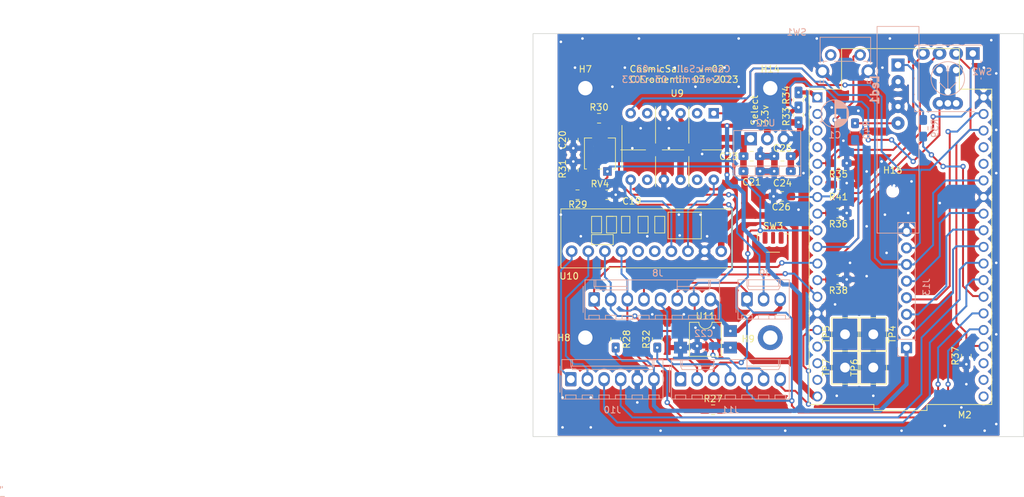
<source format=kicad_pcb>
(kicad_pcb (version 20221018) (generator pcbnew)
  (title_block (date "2023-04-17") (rev "V3"))
  (layers (0 "F.Cu" signal) (31 "B.Cu" signal) (34 "B.Paste" user) (35 "F.Paste" user) (36 "B.SilkS" user "B.Silkscreen") (37 "F.SilkS" user "F.Silkscreen") (38 "B.Mask" user) (39 "F.Mask" user) (44 "Edge.Cuts" user))
  (net 0 "")
  (net 1 "3.3V")
  (net 2 "GND1")
  (net 3 "Net-(U12-VO)")
  (net 4 "SCL")
  (net 5 "SDA")
  (net 6 "SDSSPIN")
  (net 7 "SCK")
  (net 8 "MISO")
  (net 9 "Net-(M2-EN)")
  (net 10 "MOSI")
  (net 13 "/5V SIPM")
  (net 14 "/SW1")
  (net 15 "/SW2")
  (net 16 "/BUTTON")
  (net 17 "/SW4")
  (net 18 "/LEDAL")
  (net 19 "/SW8")
  (net 25 "/LEDPOW")
  (net 26 "/OUT Dac_Filtre1")
  (net 29 "Net-(Led1-A1)")
  (net 30 "Net-(Led1-A2)")
  (net 31 "/NO_CONNECT")
  (net 32 "SDA_ADS")
  (net 33 "SCL_ADS")
  (net 34 "Net-(R30-Pad2)")
  (net 35 "Net-(R31-Pad2)")
  (net 36 "Net-(R32-Pad2)")
  (net 37 "/REG_THRESHOLD")
  (net 38 "/RXD2")
  (net 39 "/TXD2")
  (net 40 "/POWSIMP")
  (net 41 "Net-(M2-GPIO35)")
  (net 42 "/RAZ Condo")
  (net 43 "/Out Amp")
  (net 44 "/Out Amp Filtre")
  (net 45 "/Out Detect")
  (net 46 "/Out T° DS18")
  (net 52 "/OUT DAC")
  (net 53 "Net-(M2-3V3)")
  (net 54 "/OUT Dac_Filtre_2")
  (net 57 "/Out Comparateur")
  (net 58 "/Out Oscillo")
  (net 60 "VCC1")
  (footprint "COMPOSANT_CF:R_Shunt_0805_Muons" (layer "F.Cu") (at 172.461004 45.410125 90)
    (fp_text reference "R33")
    (fp_text value "0")
  )
  (footprint "MountingHole:MountingHole_2.2mm_M2_DIN965_Pad_TopBottom" (layer "F.Cu") (at 139.878004 79.464125)
    (fp_text reference "H8")
    (fp_text value "ESP")
  )
  (footprint "MountingHole:MountingHole_2.2mm_M2_DIN965_Pad_TopBottom" (layer "F.Cu") (at 139.878004 41.331125)
    (fp_text reference "H7")
    (fp_text value "ESP")
  )
  (footprint "COMPOSANT_CF:R_0805_Muons" (layer "F.Cu") (at 138.679004 57.620125 180)
    (fp_text reference "R29")
    (fp_text value "100k")
  )
  (footprint "COMPOSANT_CF:G3VM-21GR1" (layer "F.Cu") (at 158.237004 79.718125)
    (fp_text reference "U11")
    (fp_text value "G3VM-41DY")
  )
  (footprint "COMPOSANT_CF:C_0805_Muons" (layer "F.Cu") (at 169.921003 57.874125 180)
    (fp_text reference "C26")
    (fp_text value "100nF")
  )
  (footprint "Potentiometer_SMD:Potentiometer_Bourns_3314G_Vertical" (layer "F.Cu") (at 142.108004 51.314125 180)
    (fp_text reference "RV4")
    (fp_text value "5k")
  )
  (footprint "COMPOSANT_CF:R_0805_Muons" (layer "F.Cu") (at 178.557004 60.414125 180)
    (fp_text reference "R36")
    (fp_text value "47k")
  )
  (footprint "COMPOSANT_CF:C_0805_Muons" (layer "F.Cu") (at 165.314004 54.017125 180)
    (fp_text reference "C21")
    (fp_text value "10µF")
  )
  (footprint "COMPOSANT_CF:R_0805_Muons" (layer "F.Cu") (at 150.871004 79.718125 90)
    (fp_text reference "R32")
    (fp_text value "360")
  )
  (footprint "COMPOSANT_CF:DIP-12_Convertisseur" (layer "F.Cu") (at 159.507004 45.174125 -90)
    (fp_text reference "U9")
    (fp_text value "GT1167")
  )
  (footprint "COMPOSANT_CF:C_0805_Muons" (layer "F.Cu") (at 165.314004 51.731125)
    (fp_text reference "C23")
    (fp_text value "100nF")
  )
  (footprint "COMPOSANT_CF:R_0805_Muons" (layer "F.Cu") (at 138.044004 53.810126 -90)
    (fp_text reference "R31")
    (fp_text value "100k")
  )
  (footprint "COMPOSANT_CF:R_Shunt_0805_Muons" (layer "F.Cu") (at 172.461004 43.124126 90)
    (fp_text reference "R34")
    (fp_text value "0")
  )
  (footprint "COMPOSANT_CF:C_0805_Muons" (layer "F.Cu") (at 138.044004 49.238124 -90)
    (fp_text reference "C20")
    (fp_text value "10µF")
  )
  (footprint "COMPOSANT_CF:MountingHole_2.2mm_M2" (layer "F.Cu") (at 186.862804 57.0804)
    (fp_text reference "H15")
    (fp_text value "ESP")
  )
  (footprint "COMPOSANT_CF:Sw_sil" (layer "F.Cu") (at 168.574804 65.1068)
    (fp_text reference "SW3")
    (fp_text value "SW_SPDT")
  )
  (footprint "MountingHole:MountingHole_2.2mm_M2_DIN965_Pad_TopBottom" (layer "F.Cu") (at 168.143004 41.331125)
    (fp_text reference "H14")
    (fp_text value "ESP")
  )
  (footprint "COMPOSANT_CF:C_0805_Muons" (layer "F.Cu") (at 170.013004 54.017125)
    (fp_text reference "C24")
    (fp_text value "1µF")
  )
  (footprint "COMPOSANT_CF:TestPoint_THTPad_4.75x3.7mm_Drill1.5mm" (layer "F.Cu") (at 179.573004 84.036125 90)
    (fp_text reference "TP7")
    (fp_text value "GND1")
  )
  (footprint "COMPOSANT_CF:TestPoint_THTPad_4.75x3.7mm_Drill1.5mm" (layer "F.Cu") (at 183.891004 78.956125 -90)
    (fp_text reference "TP4")
    (fp_text value "GND1")
  )
  (footprint "COMPOSANT_CF:R_0805_Muons" (layer "F.Cu") (at 141.981004 45.936125)
    (fp_text reference "R30")
    (fp_text value "100k")
  )
  (footprint "MODULE_CF:ADS1115_Small_BreakBord" (layer "F.Cu") (at 137.790004 66.256125)
    (fp_text reference "U10")
    (fp_text value "ADC_Breakout_ADS1015")
  )
  (footprint "COMPOSANT_CF:R_0805_Muons" (layer "F.Cu") (at 178.557004 52.794125 180)
    (fp_text reference "R35")
    (fp_text value "47k")
  )
  (footprint "COMPOSANT_CF:C_0805_Muons" (layer "F.Cu") (at 170.013004 51.731125 180)
    (fp_text reference "C25")
    (fp_text value "100nF")
  )
  (footprint "COMPOSANT_CF:TestPoint_THTPad_4.75x3.7mm_Drill1.5mm" (layer "F.Cu") (at 179.573004 78.956125 90)
    (fp_text reference "TP5")
    (fp_text value "GND1")
  )
  (footprint "COMPOSANT_CF:MODULE_ESP32-DEVKITC" (layer "F.Cu") (at 188.047004 65.587125)
    (fp_text reference "M2")
    (fp_text value "ESP_WROOM_32_38b_AZ")
  )
  (footprint "MountingHole:MountingHole_2.2mm_M2_DIN965_Pad_TopBottom" (layer "F.Cu") (at 168.143004 79.464125)
    (fp_text reference "H9")
    (fp_text value "ESP")
  )
  (footprint "COMPOSANT_CF:C_0805_Muons" (layer "F.Cu") (at 143.251004 57.620125)
    (fp_text reference "C19")
    (fp_text value "10µF")
  )
  (footprint "COMPOSANT_CF:R_0805_Muons" (layer "F.Cu") (at 159.4074 90.4814)
    (fp_text reference "R27")
    (fp_text value "620")
  )
  (footprint "COMPOSANT_CF:R_0805_Muons" (layer "F.Cu") (at 178.557004 70.574125 180)
    (fp_text reference "R38")
    (fp_text value "47k")
  )
  (footprint "COMPOSANT_CF:R_Shunt_0805_Muons" (layer "F.Cu") (at 178.6038 56.0644 180)
    (fp_text reference "R41")
    (fp_text value "47k")
  )
  (footprint "COMPOSANT_CF:R_0805_Muons" (layer "F.Cu") (at 198.115004 82.258124 90)
    (fp_text reference "R37")
    (fp_text value "47k")
  )
  (footprint "COMPOSANT_CF:TestPoint_THTPad_4.75x3.7mm_Drill1.5mm" (layer "F.Cu") (at 183.891004 84.036125 90)
    (fp_text reference "TP6")
    (fp_text value "GND1")
  )
  (footprint "COMPOSANT_CF:R_0805_Muons" (layer "F.Cu") (at 144.521004 79.718125 -90)
    (fp_text reference "R28")
    (fp_text value "4.7k")
  )
  (footprint "COMPOSANT_CF:Regulateur" (layer "B.Cu") (at 165.145804 49.064125)
    (fp_text reference "U12")
    (fp_text value "Regul3.3v")
  )
  (footprint "Button_Switch_THT:SW_Tactile_SPST_Angled_PTS645Vx83-2LFS" (layer "B.Cu") (at 181.88 36.257 180)
    (fp_text reference "SW1")
    (fp_text value "Ajust_Time")
  )
  (footprint "COMPOSANT_CF:R_0805_Muons" (layer "B.Cu") (at 191.511004 47.460125 90)
    (fp_text reference "R39")
    (fp_text value "330")
  )
  (footprint "Connector_Molex:Molex_KK-254_AE-6410-06A_1x06_P2.54mm_Vertical" (layer "B.Cu") (at 137.663004 85.814125)
    (fp_text reference "J10")
    (fp_text value "Vers Pcb GPS")
  )
  (footprint "Connector_Molex:Molex_KK-254_AE-6410-08A_1x08_P2.54mm_Vertical" (layer "B.Cu") (at 141.219003 73.622125)
    (fp_text reference "J8")
    (fp_text value "Depuis le board SIPM")
  )
  (footprint "COMPOSANT_CF:Double_Led" (layer "B.Cu") (at 187.671004 37.794125 -90)
    (fp_text reference "Led1")
    (fp_text value "Double Led" hide)
  )
  (footprint "COMPOSANT_CF:C_0805_Muons" (layer "B.Cu") (at 158.237004 80.734125)
    (fp_text reference "C22")
    (fp_text value "10µF")
  )
  (footprint "Capacitor_THT:CP_Radial_D4.0mm_P2.00mm" (layer "B.Cu") (at 177.0096 45.244)
    (fp_text reference "C1")
    (fp_text value "10µF")
  )
  (footprint "Connector_Molex:Molex_KK-254_AE-6410-03A_1x03_P2.54mm_Vertical" (layer "B.Cu") (at 164.587004 73.602125)
    (fp_text reference "J9")
    (fp_text value "Depuis le board SIPM")
  )
  (footprint "Connector_PinHeader_2.54mm:PinHeader_1x08_P2.54mm_Vertical" (layer "B.Cu") (at 188.971004 80.988125)
    (fp_text reference "J13")
    (fp_text value "Vers le Pcb SD")
  )
  (footprint "Connector_Molex:Molex_KK-254_AE-6410-07A_1x07_P2.54mm_Vertical" (layer "B.Cu") (at 154.427004 85.814125)
    (fp_text reference "J11")
    (fp_text value "Vers Pcb Gps")
  )
  (footprint "COMPOSANT_CF:R_0805_Muons" (layer "B.Cu") (at 181.097004 47.968125 -90)
    (fp_text reference "R40")
    (fp_text value "330")
  )
  (footprint "COMPOSANT_CF:Nidec_Copal_SC-1110" (layer "B.Cu") (at 199.096004 36.030125)
    (fp_text reference "SW2")
    (fp_text value "SW_Coded_SH-7010")
  )
  (gr_line (start 50.4868 102.21228) (end 50.4868 102.498) (stroke (width 0.15)) (layer "B.SilkS"))
  (gr_line (start 50.77251 102.41228) (end 50.77251 102.21228) (stroke (width 0.15)) (layer "B.SilkS"))
  (gr_line (start 51.0868 103.75228) (end 50.4868 103.75228) (stroke (width 0.15)) (layer "B.SilkS"))
  (gr_rect (start 131.88 32.9932) (end 206.88 94.5962) (stroke (width 0.1)) (fill none) (layer "Edge.Cuts"))
  (gr_rect (start 135.983204 32.753525) (end 135.983204 32.753525) (stroke (width 0.1)) (fill none) (layer "Edge.Cuts"))
  (gr_text "CosmicSail   v-02\nC.Fromentin 03-2023" (at 162.171004 40.594125) (layer "B.SilkS") (effects (font (size 1 1)) (justify left bottom mirror)))
  (gr_text "CosmicSail   v-02\nC.Fromentin 03-2023" (at 146.553004 40.594125) (layer "F.SilkS") (effects (font (size 1 1)) (justify left bottom)))
  (gr_text "Select\n3.3v" (at 167.939804 47.1236 90) (layer "F.SilkS") (effects (font (size 1 1)) (justify left bottom)))
  (segment (start 171.445004 44.920125) (end 171.826004 44.539125) (width 0.635) (layer "F.Cu") (net 1))
  (segment (start 186.685004 49.238125) (end 183.129004 49.238125) (width 0.3) (layer "F.Cu") (net 1))
  (segment (start 165.095004 44.920125) (end 171.445004 44.920125) (width 0.635) (layer "F.Cu") (net 1))
  (segment (start 154.427004 46.190125) (end 154.427004 45.174125) (width 0.635) (layer "F.Cu") (net 1))
  (segment (start 161.539004 51.270125) (end 161.539004 54.572125) (width 0.635) (layer "F.Cu") (net 1))
  (segment (start 194.016004 43.142125) (end 194.016004 48.511125) (width 0.3) (layer "F.Cu") (net 1))
  (segment (start 161.539004 47.079125) (end 155.316004 47.079125) (width 0.635) (layer "F.Cu") (net 1))
  (segment (start 162.936004 47.079125) (end 165.095004 44.920125) (width 0.635) (layer "F.Cu") (net 1))
  (segment (start 194.016004 48.511125) (end 189.987004 52.540125) (width 0.3) (layer "F.Cu") (net 1))
  (segment (start 161.539004 47.079125) (end 162.936004 47.079125) (width 0.635) (layer "F.Cu") (net 1))
  (segment (start 155.316004 47.079125) (end 154.427004 46.190125) (width 0.635) (layer "F.Cu") (net 1))
  (via (at 161.539004 47.079125) (size 0.8) (drill 0.4) (layers "F.Cu" "B.Cu") (net 1))
  (via (at 183.129004 49.238125) (size 0.8) (drill 0.4) (layers "F.Cu" "B.Cu") (net 1))
  (via (at 161.539004 51.270125) (size 0.8) (drill 0.4) (layers "F.Cu" "B.Cu") (net 1))
  (via (at 189.987004 52.540125) (size 0.8) (drill 0.4) (layers "F.Cu" "B.Cu") (net 1))
  (via (at 186.685004 49.238125) (size 0.8) (drill 0.4) (layers "F.Cu" "B.Cu") (net 1))
  (via (at 161.539004 54.572125) (size 0.8) (drill 0.4) (layers "F.Cu" "B.Cu") (net 1))
  (segment (start 173.477004 40.348125) (end 171.953004 40.348125) (width 0.3) (layer "B.Cu") (net 1))
  (segment (start 171.953004 90.640125) (end 171.699004 90.640125) (width 0.635) (layer "B.Cu") (net 1))
  (segment (start 183.129004 44.412125) (end 182.113004 43.396125) (width 0.3) (layer "B.Cu") (net 1))
  (segment (start 183.129004 49.238125) (end 183.129004 44.412125) (width 0.3) (layer "B.Cu") (net 1))
  (segment (start 171.699004 44.412125) (end 172.461004 44.412125) (width 0.3) (layer "B.Cu") (net 1))
  (segment (start 163.063004 56.350125) (end 162.301004 56.350125) (width 0.635) (layer "B.Cu") (net 1))
  (segment (start 171.191004 43.904125) (end 171.699004 44.412125) (width 0.3) (layer "B.Cu") (net 1))
  (segment (start 164.079004 57.366125) (end 163.063004 56.350125) (width 0.635) (layer "B.Cu") (net 1))
  (segment (start 173.477004 90.640125) (end 172.715004 89.878125) (width 0.635) (layer "B.Cu") (net 1))
  (segment (start 174.239004 41.110125) (end 173.477004 40.348125) (width 0.3) (layer "B.Cu") (net 1))
  (segment (start 167.762004 68.986625) (end 167.762004 66.510125) (width 0.635) (layer "B.Cu") (net 1))
  (segment (start 151.125004 90.640125) (end 171.699004 90.640125) (width 0.635) (layer "B.Cu") (net 1))
  (segment (start 171.953004 40.348125) (end 171.191004 41.110125) (width 0.3) (layer "B.Cu") (net 1))
  (segment (start 167.762004 66.510125) (end 164.079004 62.827125) (width 0.635) (layer "B.Cu") (net 1))
  (segment (start 144.521004 82.004125) (end 144.521004 80.988125) (width 0.3) (layer "B.Cu") (net 1))
  (segment (start 188.971004 86.576125) (end 184.907004 90.640125) (width 0.635) (layer "B.Cu") (net 1))
  (segment (start 171.191004 41.110125) (end 171.191004 43.904125) (width 0.3) (layer "B.Cu") (net 1))
  (segment (start 171.191004 71.336125) (end 170.111504 71.336125) (width 0.635) (layer "B.Cu") (net 1))
  (segment (start 172.715004 89.878125) (end 171.953004 90.640125) (width 0.635) (layer "B.Cu") (net 1))
  (segment (start 178.557004 43.396125) (end 176.271004 41.110125) (width 0.3) (layer "B.Cu") (net 1))
  (segment (start 164.079004 62.827125) (end 164.079004 57.366125) (width 0.635) (layer "B.Cu") (net 1))
  (segment (start 172.715004 89.878125) (end 172.715004 72.860125) (width 0.635) (layer "B.Cu") (net 1))
  (segment (start 171.699004 90.640125) (end 173.985004 90.640125) (width 0.635) (layer "B.Cu") (net 1))
  (segment (start 162.301004 56.350125) (end 161.539004 55.588125) (width 0.635) (layer "B.Cu") (net 1))
  (segment (start 161.539004 55.588125) (end 161.539004 54.572125) (width 0.635) (layer "B.Cu") (net 1))
  (segment (start 176.271004 41.110125) (end 174.239004 41.110125) (width 0.3) (layer "B.Cu") (net 1))
  (segment (start 189.987004 52.540125) (end 186.685004 49.238125) (width 0.3) (layer "B.Cu") (net 1))
  (segment (start 150.363004 85.814125) (end 150.363004 89.878125) (width 0.635) (layer "B.Cu") (net 1))
  (segment (start 182.113004 43.396125) (end 178.557004 43.396125) (width 0.3) (layer "B.Cu") (net 1))
  (segment (start 144.521004 82.004125) (end 145.537004 83.020125) (width 0.3) (layer "B.Cu") (net 1))
  (segment (start 150.363004 84.036125) (end 150.363004 85.814125) (width 0.3) (layer "B.Cu") (net 1))
  (segment (start 172.715004 72.860125) (end 171.191004 71.336125) (width 0.635) (layer "B.Cu") (net 1))
  (segment (start 149.347004 83.020125) (end 150.363004 84.036125) (width 0.3) (layer "B.Cu") (net 1))
  (segment (start 145.537004 83.020125) (end 149.347004 83.020125) (width 0.3) (layer "B.Cu") (net 1))
  (segment (start 161.539004 47.079125) (end 161.539004 51.270125) (width 0.635) (layer "B.Cu") (net 1))
  (segment (start 170.111504 71.336125) (end 167.762004 68.986625) (width 0.635) (layer "B.Cu") (net 1))
  (segment (start 173.985004 90.640125) (end 173.477004 90.640125) (width 0.635) (layer "B.Cu") (net 1))
  (segment (start 150.363004 89.878125) (end 151.125004 90.640125) (width 0.635) (layer "B.Cu") (net 1))
  (segment (start 188.971004 80.988125) (end 188.971004 86.576125) (width 0.635) (layer "B.Cu") (net 1))
  (segment (start 184.907004 90.640125) (end 173.985004 90.640125) (width 0.635) (layer "B.Cu") (net 1))
  (segment (start 168.778004 51.778125) (end 168.778004 54.064125) (width 1) (layer "F.Cu") (net 2))
  (segment (start 168.778004 54.064125) (end 166.619004 54.064125) (width 1) (layer "F.Cu") (net 2))
  (segment (start 166.584004 51.731125) (end 168.731004 51.731125) (width 1) (layer "F.Cu") (net 2))
  (segment (start 168.731004 51.731125) (end 168.778004 51.778125) (width 1) (layer "F.Cu") (net 2))
  (segment (start 166.619004 54.064125) (end 166.619004 51.778125) (width 1) (layer "F.Cu") (net 2))
  (via (at 156.713004 41.110125) (size 0.8) (drill 0.4) (layers "F.Cu" "B.Cu") (net 2))
  (via (at 185.923004 66.510125) (size 0.8) (drill 0.4) (layers "F.Cu" "B.Cu") (net 2))
  (via (at 159.507004 77.940125) (size 0.8) (drill 0.4) (layers "F.Cu" "B.Cu") (net 2))
  (via (at 185.161004 52.540125) (size 0.8) (drill 0.4) (layers "F.Cu" "B.Cu") (net 2))
  (via (at 152.649004 50.508125) (size 0.8) (drill 0.4) (layers "F.Cu" "B.Cu") (net 2))
  (via (at 158.491004 63.970125) (size 0.8) (drill 0.4) (layers "F.Cu" "B.Cu") (net 2))
  (via (at 185.669004 60.668125) (size 0.8) (drill 0.4) (layers "F.Cu" "B.Cu") (net 2))
  (via (at 175.255004 33.744125) (size 0.8) (drill 0.4) (layers "F.Cu" "B.Cu") (net 2))
  (via (at 163.317004 33.744125) (size 0.8) (drill 0.4) (layers "F.Cu" "B.Cu") (net 2))
  (via (at 201.925004 33.998125) (size 0.8) (drill 0.4) (layers "F.Cu" "B.Cu") (net 2))
  (via (at 180.335004 68.034125) (size 0.8) (drill 0.4) (layers "F.Cu" "B.Cu") (net 2))
  (via (at 189.733004 55.588125) (size 0.8) (drill 0.4) (layers "F.Cu" "B.Cu") (net 2))
  (via (at 154.300004 63.843125) (size 0.8) (drill 0.4) (layers "F.Cu" "B.Cu") (net 2))
  (via (at 188.209004 93.688125) (size 0.8) (drill 0.4) (layers "F.Cu" "B.Cu") (net 2))
  (via (at 139.441004 33.744125) (size 0.8) (drill 0.4) (layers "F.Cu" "B.Cu") (net 2))
  (via (at 178.303004 88.354125) (size 0.8) (drill 0.4) (layers "F.Cu" "B.Cu") (net 2))
  (via (at 198.115004 86.576125) (size 0.8) (drill 0.4) (layers "F.Cu" "B.Cu") (net 2))
  (via (at 147.823004 89.370125) (size 0.8) (drill 0.4) (layers "F.Cu" "B.Cu") (net 2))
  (via (at 202.687004 68.034125) (size 0.8) (drill 0.4) (layers "F.Cu" "B.Cu") (net 2))
  (via (at 149.347004 63.970125) (size 0.8) (drill 0.4) (layers "F.Cu" "B.Cu") (net 2))
  (via (at 177.541004 44.285125) (size 0.8) (drill 0.4) (layers "F.Cu" "B.Cu") (net 2))
  (via (at 185.161004 52.540125) (size 0.8) (drill 0.4) (layers "F.Cu" "B.Cu") (net 2))
  (via (at 197.353004 90.132125) (size 0.8) (drill 0.4) (layers "F.Cu" "B.Cu") (net 2))
  (via (at 181.605004 44.793125) (size 0.8) (drill 0.4) (layers "F.Cu" "B.Cu") (net 2))
  (via (at 194.051004 58.890125) (size 0.8) (drill 0.4) (layers "F.Cu" "B.Cu") (net 2))
  (via (at 165.603004 46.444125) (size 0.8) (drill 0.4) (layers "F.Cu" "B.Cu") (net 2))
  (via (at 187.066004 56.223125) (size 0.8) (drill 0.4) (layers "F.Cu" "B.Cu") (net 2))
  (via (at 185.288004 38.197125) (size 0.8) (drill 0.4) (layers "F.Cu" "B.Cu") (net 2))
  (via (at 136.139004 60.668125) (size 0.8) (drill 0.4) (layers "F.Cu" "B.Cu") (net 2))
  (via (at 161.158004 38.197125) (size 0.8) (drill 0.4) (layers "F.Cu" "B.Cu") (net 2))
  (via (at 154.935004 75.908125) (size 0.8) (drill 0.4) (layers "F.Cu" "B.Cu") (net 2))
  (via (at 179.827004 55.842125) (size 0.8) (drill 0.4) (layers "F.Cu" "B.Cu") (net 2))
  (via (at 202.687004 39.078125) (size 0.8) (drill 0.4) (layers "F.Cu" "B.Cu") (net 2))
  (via (at 157.475004 60.668125) (size 0.8) (drill 0.4) (layers "F.Cu" "B.Cu") (net 2))
  (via (at 136.139004 50.508125) (size 0.8) (drill 0.4) (layers "F.Cu" "B.Cu") (net 2))
  (via (at 154.173004 60.668125) (size 0.8) (drill 0.4) (layers "F.Cu" "B.Cu") (net 2))
  (via (at 156.713004 77.940125) (size 0.8) (drill 0.4) (layers "F.Cu" "B.Cu") (net 2))
  (via (at 179.319004 49.365125) (size 0.8) (drill 0.4) (layers "F.Cu" "B.Cu") (net 2))
  (via (at 200.782004 38.197125) (size 0.8) (drill 0.4) (layers "F.Cu" "B.Cu") (net 2))
  (via (at 187.066004 56.223125) (size 0.8) (drill 0.4) (layers "F.Cu" "B.Cu") (net 2))
  (via (at 163.317004 41.110125) (size 0.8) (drill 0.4) (layers "F.Cu" "B.Cu") (net 2))
  (via (at 202.687004 54.318125) (size 0.8) (drill 0.4) (layers "F.Cu" "B.Cu") (net 2))
  (via (at 173.223004 54.318125) (size 0.8) (drill 0.4) (layers "F.Cu" "B.Cu") (net 2))
  (via (at 186.431004 33.744125) (size 0.8) (drill 0.4) (layers "F.Cu" "B.Cu") (net 2))
  (via (at 136.139004 34.252125) (size 0.8) (drill 0.4) (layers "F.Cu" "B.Cu") (net 2))
  (via (at 148.331004 47.460125) (size 0.8) (drill 0.4) (layers "F.Cu" "B.Cu") (net 2))
  (via (at 182.875004 54.064125) (size 0.8) (drill 0.4) (layers "F.Cu" "B.Cu") (net 2))
  (via (at 148.077004 33.744125) (size 0.8) (drill 0.4) (layers "F.Cu" "B.Cu") (net 2))
  (via (at 194.813004 92.926125) (size 0.8) (drill 0.4) (layers "F.Cu" "B.Cu") (net 2))
  (via (at 138.298004 38.197125) (size 0.8) (drill 0.4) (layers "F.Cu" "B.Cu") (net 2))
  (via (at 178.049004 74.384125) (size 0.8) (drill 0.4) (layers "F.Cu" "B.Cu") (net 2))
  (via (at 139.187004 63.970125) (size 0.8) (drill 0.4) (layers "F.Cu" "B.Cu") (net 2))
  (via (at 147.061004 50.508125) (size 0.8) (drill 0.4) (layers "F.Cu" "B.Cu") (net 2))
  (via (at 144.013004 41.110125) (size 0.8) (drill 0.4) (layers "F.Cu" "B.Cu") (net 2))
  (via (at 157.729004 51.397125) (size 0.8) (drill 0.4) (layers "F.Cu" "B.Cu") (net 2))
  (via (at 182.875004 70.066125) (size 0.8) (drill 0.4) (layers "F.Cu" "B.Cu") (net 2))
  (via (at 140.711004 88.608125) (size 0.8) (drill 0.4) (layers "F.Cu" "B.Cu") (net 2))
  (via (at 189.225004 60.414125) (size 0.8) (drill 0.4) (layers "F.Cu" "B.Cu") (net 2))
  (via (at 136.393004 93.180125) (size 0.8) (drill 0.4) (layers "F.Cu" "B.Cu") (net 2))
  (via (at 170.429004 93.688125) (size 0.8) (drill 0.4) (layers "F.Cu" "B.Cu") (net 2))
  (via (at 151.379004 93.688125) (size 0.8) (drill 0.4) (layers "F.Cu" "B.Cu") (net 2))
  (via (at 145.918004 38.197125) (size 0.8) (drill 0.4) (layers "F.Cu" "B.Cu") (net 2))
  (via (at 183.891004 88.354125) (size 0.8) (drill 0.4) (layers "F.Cu" "B.Cu") (net 2))
  (via (at 202.687004 47.714125) (size 0.8) (drill 0.4) (layers "F.Cu" "B.Cu") (net 2))
  (via (at 152.649004 47.460125) (size 0.8) (drill 0.4) (layers "F.Cu" "B.Cu") (net 2))
  (via (at 182.875004 62.446125) (size 0.8) (drill 0.4) (layers "F.Cu" "B.Cu") (net 2))
  (via (at 140.711004 93.180125) (size 0.8) (drill 0.4) (layers "F.Cu" "B.Cu") (net 2))
  (via (at 181.605004 44.793125) (size 0.8) (drill 0.4) (layers "F.Cu" "B.Cu") (net 2))
  (via (at 150.109004 75.908125) (size 0.8) (drill 0.4) (layers "F.Cu" "B.Cu") (net 2))
  (via (at 153.538004 38.197125) (size 0.8) (drill 0.4) (layers "F.Cu" "B.Cu") (net 2))
  (via (at 202.687004 78.956125) (size 0.8) (drill 0.4) (layers "F.Cu" "B.Cu") (net 2))
  (via (at 200.909004 93.688125) (size 0.8) (drill 0.4) (layers "F.Cu" "B.Cu") (net 2))
  (via (at 202.687004 92.672125) (size 0.8) (drill 0.4) (layers "F.Cu" "B.Cu") (net 2))
  (via (at 136.393004 88.608125) (size 0.8) (drill 0.4) (layers "F.Cu" "B.Cu") (net 2))
  (via (at 172.461004 59.906125) (size 0.8) (drill 0.4) (layers "F.Cu" "B.Cu") (net 2))
  (segment (start 171.283004 51.813125) (end 171.318004 51.778125) (width 1) (layer "F.Cu") (net 3))
  (segment (start 172.715004 50.762125) (end 172.715004 47.206125) (width 1) (layer "F.Cu") (net 3))
  (segment (start 171.746004 51.731125) (end 172.715004 50.762125) (width 1) (layer "F.Cu") (net 3))
  (segment (start 168.778004 46.571125) (end 167.685804 47.663325) (width 1) (layer "F.Cu") (net 3))
  (segment (start 171.283004 51.731125) (end 171.746004 51.731125) (width 1) (layer "F.Cu") (net 3))
  (segment (start 167.685804 47.663325) (end 167.685804 49.064125) (width 1) (layer "F.Cu") (net 3))
  (segment (start 171.283004 54.017125) (end 171.283004 51.813125) (width 1) (layer "F.Cu") (net 3))
  (segment (start 171.283004 53.972125) (end 171.191004 54.064125) (width 0.635) (layer "F.Cu") (net 3))
  (segment (start 172.715004 47.206125) (end 172.080004 46.571125) (width 1) (layer "F.Cu") (net 3))
  (segment (start 172.045004 46.547125) (end 172.207004 46.709125) (width 0.635) (layer "F.Cu") (net 3))
  (segment (start 172.080004 46.571125) (end 168.778004 46.571125) (width 1) (layer "F.Cu") (net 3))
  (segment (start 165.095004 42.380125) (end 162.301004 45.174125) (width 0.3) (layer "F.Cu") (net 4))
  (segment (start 162.301004 45.174125) (end 159.507004 45.174125) (width 0.3) (layer "F.Cu") (net 4))
  (segment (start 165.603004 38.316125) (end 165.095004 38.824125) (width 0.3) (layer "F.Cu") (net 4))
  (segment (start 179.573004 40.856125) (end 175.509004 40.856125) (width 0.3) (layer "F.Cu") (net 4))
  (segment (start 172.969004 38.316125) (end 165.603004 38.316125) (width 0.3) (layer "F.Cu") (net 4))
  (segment (start 165.095004 38.824125) (end 165.095004 42.380125) (width 0.3) (layer "F.Cu") (net 4))
  (segment (start 175.509004 40.856125) (end 172.969004 38.316125) (width 0.3) (layer "F.Cu") (net 4))
  (via (at 179.573004 40.856125) (size 0.8) (drill 0.4) (layers "F.Cu" "B.Cu") (net 4))
  (segment (start 191.003004 54.318125) (end 191.003004 53.810125) (width 0.3) (layer "B.Cu") (net 4))
  (segment (start 185.161004 51.016125) (end 186.939004 52.794125) (width 0.3) (layer "B.Cu") (net 4))
  (segment (start 190.241004 65.748125) (end 191.003004 64.986125) (width 0.3) (layer "B.Cu") (net 4))
  (segment (start 190.749004 53.810125) (end 191.257004 53.810125) (width 0.3) (layer "B.Cu") (net 4))
  (segment (start 191.003004 64.986125) (end 191.003004 54.318125) (width 0.3) (layer "B.Cu") (net 4))
  (segment (start 188.971004 65.748125) (end 190.241004 65.748125) (width 0.3) (layer "B.Cu") (net 4))
  (segment (start 186.939004 52.794125) (end 187.955004 53.810125) (width 0.3) (layer "B.Cu") (net 4))
  (segment (start 191.003004 54.064125) (end 190.749004 53.810125) (width 0.3) (layer "B.Cu") (net 4))
  (segment (start 179.573004 40.856125) (end 183.383004 40.856125) (width 0.3) (layer "B.Cu") (net 4))
  (segment (start 185.161004 42.634125) (end 185.161004 51.016125) (width 0.3) (layer "B.Cu") (net 4))
  (segment (start 198.623004 47.714125) (end 201.036004 47.714125) (width 0.3) (layer "B.Cu") (net 4))
  (segment (start 187.955004 53.810125) (end 190.749004 53.810125) (width 0.3) (layer "B.Cu") (net 4))
  (segment (start 183.383004 40.856125) (end 185.161004 42.634125) (width 0.3) (layer "B.Cu") (net 4))
  (segment (start 191.003004 54.318125) (end 191.003004 54.064125) (width 0.3) (layer "B.Cu") (net 4))
  (segment (start 191.003004 54.064125) (end 191.257004 53.810125) (width 0.3) (layer "B.Cu") (net 4))
  (segment (start 186.939004 52.794125) (end 185.923004 51.778125) (width 0.3) (layer "B.Cu") (net 4))
  (segment (start 191.257004 53.810125) (end 192.527004 53.810125) (width 0.3) (layer "B.Cu") (net 4))
  (segment (start 192.527004 53.810125) (end 198.623004 47.714125) (width 0.3) (layer "B.Cu") (net 4))
  (segment (start 193.035004 57.366125) (end 194.964004 55.437125) (width 0.3) (layer "B.Cu") (net 5))
  (segment (start 165.095004 42.380125) (end 164.587004 42.888125) (width 0.3) (layer "B.Cu") (net 5))
  (segment (start 185.161004 68.288125) (end 184.145004 67.272125) (width 0.3) (layer "B.Cu") (net 5))
  (segment (start 194.964004 55.437125) (end 200.747004 55.437125) (width 0.3) (layer "B.Cu") (net 5))
  (segment (start 188.971004 68.288125) (end 190.050504 68.288125) (width 0.3) (layer "B.Cu") (net 5))
  (segment (start 172.969004 38.316125) (end 165.603004 38.316125) (width 0.3) (layer "B.Cu") (net 5))
  (segment (start 176.525004 40.348125) (end 175.001004 40.348125) (width 0.3) (layer "B.Cu") (net 5))
  (segment (start 182.875004 42.380125) (end 178.557004 42.380125) (width 0.3) (layer "B.Cu") (net 5))
  (segment (start 164.587004 42.888125) (end 148.585004 42.888125) (width 0.3) (layer "B.Cu") (net 5))
  (segment (start 175.001004 40.348125) (end 172.969004 38.316125) (width 0.3) (layer "B.Cu") (net 5))
  (segment (start 184.145004 67.272125) (end 184.145004 43.650125) (width 0.3) (layer "B.Cu") (net 5))
  (segment (start 178.557004 42.380125) (end 176.525004 40.348125) (width 0.3) (layer "B.Cu") (net 5))
  (segment (start 188.971004 68.288125) (end 185.161004 68.288125) (width 0.3) (layer "B.Cu") (net 5))
  (segment (start 184.145004 43.650125) (end 182.875004 42.380125) (width 0.3) (layer "B.Cu") (net 5))
  (segment (start 165.603004 38.316125) (end 165.095004 38.824125) (width 0.3) (layer "B.Cu") (net 5))
  (segment (start 193.035004 65.303625) (end 193.035004 57.366125) (width 0.3) (layer "B.Cu") (net 5))
  (segment (start 165.095004 38.824125) (end 165.095004 42.380125) (width 0.3) (layer "B.Cu") (net 5))
  (segment (start 146.807004 44.666125) (end 146.807004 45.174125) (width 0.3) (layer "B.Cu") (net 5))
  (segment (start 190.050504 68.288125) (end 193.035004 65.303625) (width 0.3) (layer "B.Cu") (net 5))
  (segment (start 148.585004 42.888125) (end 146.807004 44.666125) (width 0.3) (layer "B.Cu") (net 5))
  (segment (start 196.083004 66.002125) (end 196.591004 65.494125) (width 0.3) (layer "B.Cu") (net 6))
  (segment (start 188.971004 78.448125) (end 190.241004 78.448125) (width 0.3) (layer "B.Cu") (net 6))
  (segment (start 196.591004 65.494125) (end 201.036004 65.494125) (width 0.3) (layer "B.Cu") (net 6))
  (segment (start 196.083004 72.606125) (end 196.083004 66.002125) (width 0.3) (layer "B.Cu") (net 6))
  (segment (start 190.241004 78.448125) (end 196.083004 72.606125) (width 0.3) (layer "B.Cu") (net 6))
  (segment (start 188.971004 75.908125) (end 190.749004 75.908125) (width 0.3) (layer "B.Cu") (net 7))
  (segment (start 190.749004 75.908125) (end 195.067004 71.590125) (width 0.3) (layer "B.Cu") (net 7))
  (segment (start 195.067004 71.590125) (end 195.067004 63.970125) (width 0.3) (layer "B.Cu") (net 7))
  (segment (start 196.083004 62.954125) (end 200.401004 62.954125) (width 0.3) (layer "B.Cu") (net 7))
  (segment (start 195.067004 63.970125) (end 196.083004 62.954125) (width 0.3) (layer "B.Cu") (net 7))
  (segment (start 195.575004 60.414125) (end 201.036004 60.414125) (width 0.3) (layer "B.Cu") (net 8))
  (segment (start 194.051004 61.938125) (end 195.575004 60.414125) (width 0.3) (layer "B.Cu") (net 8))
  (segment (start 188.971004 70.828125) (end 190.241004 70.828125) (width 0.3) (layer "B.Cu") (net 8))
  (segment (start 194.051004 67.018125) (end 194.051004 61.938125) (width 0.3) (layer "B.Cu") (net 8))
  (segment (start 190.241004 70.828125) (end 194.051004 67.018125) (width 0.3) (layer "B.Cu") (net 8))
  (segment (start 195.321004 47.968125) (end 195.575004 48.222125) (width 0.3) (layer "F.Cu") (net 10))
  (segment (start 195.575004 48.222125) (end 195.575004 71.590125) (width 0.3) (layer "F.Cu") (net 10))
  (segment (start 193.543004 73.622125) (end 188.971004 73.622125) (width 0.3) (layer "F.Cu") (net 10))
  (segment (start 195.575004 71.590125) (end 193.543004 73.622125) (width 0.3) (layer "F.Cu") (net 10))
  (via (at 195.321004 47.968125) (size 0.8) (drill 0.4) (layers "F.Cu" "B.Cu") (net 10))
  (segment (start 195.321004 47.968125) (end 196.718004 47.968125) (width 0.3) (layer "B.Cu") (net 10))
  (segment (start 196.718004 47.968125) (end 199.512004 45.174125) (width 0.3) (layer "B.Cu") (net 10))
  (segment (start 199.512004 45.174125) (end 200.401004 45.174125) (width 0.3) (layer "B.Cu") (net 10))
  (segment (start 169.667004 74.892125) (end 169.667004 73.495125) (width 0.635) (layer "F.Cu") (net 13))
  (segment (start 162.047004 78.448125) (end 163.190004 78.448125) (width 0.635) (layer "F.Cu") (net 13))
  (segment (start 165.857004 75.781125) (end 168.778004 75.781125) (width 0.635) (layer "F.Cu") (net 13))
  (segment (start 163.190004 78.448125) (end 165.857004 75.781125) (width 0.635) (layer "F.Cu") (net 13))
  (segment (start 168.778004 75.781125) (end 169.667004 74.892125) (width 0.635) (layer "F.Cu") (net 13))
  (segment (start 158.999004 73.622125) (end 159.507004 73.622125) (width 0.635) (layer "B.Cu") (net 13))
  (segment (start 160.396004 74.511125) (end 160.396004 76.543125) (width 0.635) (layer "B.Cu") (net 13))
  (segment (start 159.507004 73.622125) (end 160.396004 74.511125) (width 0.635) (layer "B.Cu") (net 13))
  (segment (start 160.396004 76.543125) (end 162.047004 78.194125) (width 0.635) (layer "B.Cu") (net 13))
  (segment (start 181.605004 64.224125) (end 177.541004 68.288125) (width 0.3) (layer "F.Cu") (net 14))
  (segment (start 177.541004 70.828125) (end 177.287004 70.574125) (width 0.3) (layer "F.Cu") (net 14))
  (segment (start 177.541004 68.288125) (end 177.541004 70.828125) (width 0.3) (layer "F.Cu") (net 14))
  (segment (start 192.781004 45.682125) (end 193.035004 45.936125) (width 0.3) (layer "F.Cu") (net 14))
  (segment (start 175.255004 70.574125) (end 177.287004 70.574125) (width 0.3) (layer "F.Cu") (net 14))
  (segment (start 193.035004 45.936125) (end 193.035004 47.714125) (width 0.3) (layer "F.Cu") (net 14))
  (segment (start 193.035004 47.714125) (end 181.605004 59.144125) (width 0.3) (layer "F.Cu") (net 14))
  (segment (start 181.605004 59.144125) (end 181.605004 64.224125) (width 0.3) (layer "F.Cu") (net 14))
  (via (at 193.035004 45.682125) (size 0.8) (drill 0.4) (layers "F.Cu" "B.Cu") (net 14))
  (segment (start 198.775404 44.259725) (end 198.775404 38.417725) (width 0.3) (layer "B.Cu") (net 14))
  (segment (start 198.775404 38.417725) (end 199.131004 38.062125) (width 0.3) (layer "B.Cu") (net 14))
  (segment (start 192.781004 45.682125) (end 197.353004 45.682125) (width 0.3) (layer "B.Cu") (net 14))
  (segment (start 199.131004 38.062125) (end 199.131004 36.030125) (width 0.3) (layer "B.Cu") (net 14))
  (segment (start 197.353004 45.682125) (end 198.775404 44.259725) (width 0.3) (layer "B.Cu") (net 14))
  (segment (start 198.115004 80.734125) (end 200.655004 80.734125) (width 0.3) (layer "F.Cu") (net 15))
  (segment (start 198.750004 38.443125) (end 198.750004 47.587125) (width 0.3) (layer "F.Cu") (net 15))
  (segment (start 198.115004 78.702125) (end 198.115004 80.734125) (width 0.3) (layer "F.Cu") (net 15))
  (segment (start 196.556004 36.249125) (end 198.750004 38.443125) (width 0.3) (layer "F.Cu") (net 15))
  (segment (start 196.591004 77.178125) (end 198.115004 78.702125) (width 0.3) (layer "F.Cu") (net 15))
  (segment (start 196.556004 36.030125) (end 196.556004 36.249125) (width 0.3) (layer "F.Cu") (net 15))
  (segment (start 198.750004 47.587125) (end 196.591004 49.746125) (width 0.3) (layer "F.Cu") (net 15))
  (segment (start 196.591004 49.746125) (end 196.591004 77.178125) (width 0.3) (layer "F.Cu") (net 15))
  (segment (start 181.351004 36.030125) (end 182.621004 36.030125) (width 0.3) (layer "F.Cu") (net 16))
  (segment (start 180.843004 43.396125) (end 180.843004 36.538125) (width 0.3) (layer "F.Cu") (net 16))
  (segment (start 180.843004 36.538125) (end 181.351004 36.030125) (width 0.3) (layer "F.Cu") (net 16))
  (segment (start 178.049004 46.190125) (end 180.843004 43.396125) (width 0.3) (layer "F.Cu") (net 16))
  (segment (start 171.294004 57.977125) (end 171.191004 57.874125) (width 0.3) (layer "F.Cu") (net 16))
  (via (at 178.049004 46.190125) (size 0.8) (drill 0.4) (layers "F.Cu" "B.Cu") (net 16))
  (segment (start 177.287004 57.874125) (end 175.509004 57.874125) (width 0.3) (layer "B.Cu") (net 16))
  (segment (start 178.049004 57.112125) (end 177.287004 57.874125) (width 0.3) (layer "B.Cu") (net 16))
  (segment (start 178.049004 46.190125) (end 178.049004 57.112125) (width 0.3) (layer "B.Cu") (net 16))
  (segment (start 175.347004 57.977125) (end 171.302325 57.977125) (width 0.3) (layer "B.Cu") (net 16))
  (segment (start 181.912004 36.030125) (end 181.950004 36.068125) (width 0.3) (layer "B.Cu") (net 16))
  (segment (start 177.378004 36.068125) (end 177.416004 36.030125) (width 0.3) (layer "B.Cu") (net 16))
  (segment (start 175.255004 60.414125) (end 177.033004 60.414125) (width 0.3) (layer "F.Cu") (net 17))
  (segment (start 191.003004 48.222125) (end 191.003004 38.951125) (width 0.3) (layer "F.Cu") (net 17))
  (segment (start 177.541004 58.636125) (end 178.811004 57.366125) (width 0.3) (layer "F.Cu") (net 17))
  (segment (start 191.003004 38.951125) (end 194.051004 35.903125) (width 0.3) (layer "F.Cu") (net 17))
  (segment (start 178.811004 57.366125) (end 181.859004 57.366125) (width 0.3) (layer "F.Cu") (net 17))
  (segment (start 181.859004 57.366125) (end 191.003004 48.222125) (width 0.3) (layer "F.Cu") (net 17))
  (segment (start 177.541004 59.906125) (end 177.541004 58.636125) (width 0.3) (layer "F.Cu") (net 17))
  (segment (start 177.033004 60.414125) (end 177.541004 59.906125) (width 0.3) (layer "F.Cu") (net 17))
  (segment (start 181.605004 49.746125) (end 181.097004 49.238125) (width 0.3) (layer "B.Cu") (net 18))
  (segment (start 175.347004 65.597125) (end 180.232004 65.597125) (width 0.3) (layer "B.Cu") (net 18))
  (segment (start 180.232004 65.597125) (end 181.605004 64.224125) (width 0.3) (layer "B.Cu") (net 18))
  (segment (start 181.605004 64.224125) (end 181.605004 49.746125) (width 0.3) (layer "B.Cu") (net 18))
  (segment (start 189.987004 37.808125) (end 191.511004 36.284125) (width 0.3) (layer "F.Cu") (net 19))
  (segment (start 177.541004 51.778125) (end 178.557004 50.762125) (width 0.3) (layer "F.Cu") (net 19))
  (segment (start 191.511004 36.284125) (end 191.511004 36.030125) (width 0.3) (layer "F.Cu") (net 19))
  (segment (start 186.939004 50.762125) (end 189.987004 47.714125) (width 0.3) (layer "F.Cu") (net 19))
  (segment (start 177.541004 52.794125) (end 177.541004 51.778125) (width 0.3) (layer "F.Cu") (net 19))
  (segment (start 178.557004 50.762125) (end 186.939004 50.762125) (width 0.3) (layer "F.Cu") (net 19))
  (segment (start 189.987004 47.714125) (end 189.987004 37.808125) (width 0.3) (layer "F.Cu") (net 19))
  (segment (start 175.255004 52.794125) (end 177.541004 52.794125) (width 0.3) (layer "F.Cu") (net 19))
  (segment (start 197.607004 53.302125) (end 197.607004 71.590125) (width 0.3) (layer "F.Cu") (net 25))
  (segment (start 194.559004 53.302125) (end 192.781004 51.524125) (width 0.3) (layer "F.Cu") (net 25))
  (segment (start 197.607004 71.590125) (end 199.131004 73.114125) (width 0.3) (layer "F.Cu") (net 25))
  (segment (start 199.131004 73.114125) (end 200.655004 73.114125) (width 0.3) (layer "F.Cu") (net 25))
  (via (at 197.607004 53.302125) (size 0.8) (drill 0.4) (layers "F.Cu" "B.Cu") (net 25))
  (via (at 194.559004 53.302125) (size 0.8) (drill 0.4) (layers "F.Cu" "B.Cu") (net 25))
  (via (at 192.781004 51.524125) (size 0.8) (drill 0.4) (layers "F.Cu" "B.Cu") (net 25))
  (via (at 194.559004 53.302125) (size 0.8) (drill 0.4) (layers "F.Cu" "B.Cu") (net 25))
  (segment (start 192.781004 51.524125) (end 191.511004 50.254125) (width 0.3) (layer "B.Cu") (net 25))
  (segment (start 191.511004 50.254125) (end 191.511004 48.476125) (width 0.3) (layer "B.Cu") (net 25))
  (segment (start 197.607004 53.302125) (end 194.559004 53.302125) (width 0.3) (layer "B.Cu") (net 25))
  (segment (start 158.110004 78.829125) (end 158.110004 76.924125) (width 0.3) (layer "F.Cu") (net 26))
  (segment (start 141.981004 58.382125) (end 141.981004 57.620125) (width 0.3) (layer "F.Cu") (net 26))
  (segment (start 142.743004 59.144125) (end 141.981004 58.382125) (width 0.3) (layer "F.Cu") (net 26))
  (segment (start 161.793004 59.144125) (end 142.743004 59.144125) (width 0.3) (layer "F.Cu") (net 26))
  (segment (start 139.949004 57.620125) (end 141.981004 57.620125) (width 0.3) (layer "F.Cu") (net 26))
  (segment (start 159.380004 82.131125) (end 159.380004 80.099125) (width 0.3) (layer "F.Cu") (net 26))
  (segment (start 159.380004 80.099125) (end 158.110004 78.829125) (width 0.3) (layer "F.Cu") (net 26))
  (segment (start 158.110004 76.924125) (end 156.586004 75.400125) (width 0.3) (layer "F.Cu") (net 26))
  (segment (start 156.586004 75.400125) (end 156.586004 73.622125) (width 0.3) (layer "F.Cu") (net 26))
  (via (at 161.793004 59.144125) (size 0.8) (drill 0.4) (layers "F.Cu" "B.Cu") (net 26))
  (via (at 159.380004 82.131125) (size 0.8) (drill 0.4) (layers "F.Cu" "B.Cu") (net 26))
  (segment (start 160.269004 71.082125) (end 157.094004 71.082125) (width 0.3) (layer "B.Cu") (net 26))
  (segment (start 157.094004 71.082125) (end 156.459004 71.717125) (width 0.3) (layer "B.Cu") (net 26))
  (segment (start 161.793004 59.144125) (end 162.301004 59.652125) (width 0.3) (layer "B.Cu") (net 26))
  (segment (start 167.127004 84.798125) (end 167.127004 85.814125) (width 0.3) (layer "B.Cu") (net 26))
  (segment (start 162.301004 69.050125) (end 160.269004 71.082125) (width 0.3) (layer "B.Cu") (net 26))
  (segment (start 159.380004 82.131125) (end 159.888004 82.639125) (width 0.3) (layer "B.Cu") (net 26))
  (segment (start 156.459004 71.717125) (end 156.459004 73.622125) (width 0.3) (layer "B.Cu") (net 26))
  (segment (start 166.492004 84.163125) (end 167.127004 84.798125) (width 0.3) (layer "B.Cu") (net 26))
  (segment (start 161.793004 82.639125) (end 163.317004 84.163125) (width 0.3) (layer "B.Cu") (net 26))
  (segment (start 163.317004 84.163125) (end 166.492004 84.163125) (width 0.3) (layer "B.Cu") (net 26))
  (segment (start 162.301004 59.652125) (end 162.301004 69.050125) (width 0.3) (layer "B.Cu") (net 26))
  (segment (start 159.888004 82.639125) (end 161.793004 82.639125) (width 0.3) (layer "B.Cu") (net 26))
  (segment (start 189.987004 38.610125) (end 189.987004 43.396125) (width 0.3) (layer "B.Cu") (net 29))
  (segment (start 189.171004 37.794125) (end 189.987004 38.610125) (width 0.3) (layer "B.Cu") (net 29))
  (segment (start 189.987004 43.396125) (end 191.511004 44.920125) (width 0.3) (layer "B.Cu") (net 29))
  (segment (start 187.671004 37.794125) (end 189.171004 37.794125) (width 0.3) (layer "B.Cu") (net 29))
  (segment (start 191.511004 44.920125) (end 191.511004 46.190125) (width 0.3) (layer "B.Cu") (net 29))
  (segment (start 181.097004 46.698125) (end 187.571004 46.698125) (width 0.3) (layer "F.Cu") (net 30))
  (segment (start 140.203004 84.290125) (end 139.441004 83.528125) (width 0.3) (layer "B.Cu") (net 31))
  (segment (start 139.062 71.2536) (end 139.0874 71.2536) (width 0.3) (layer "B.Cu") (net 31))
  (segment (start 139.441004 83.528125) (end 138.171004 83.528125) (width 0.3) (layer "B.Cu") (net 31))
  (segment (start 136.901004 82.258125) (end 136.901004 73.414596) (width 0.3) (layer "B.Cu") (net 31))
  (segment (start 140.203004 85.814125) (end 140.203004 84.290125) (width 0.3) (layer "B.Cu") (net 31))
  (segment (start 138.171004 83.528125) (end 136.901004 82.258125) (width 0.3) (layer "B.Cu") (net 31))
  (segment (start 136.901004 73.414596) (end 139.062 71.2536) (width 0.3) (layer "B.Cu") (net 31))
  (segment (start 153.030004 66.256125) (end 153.030004 60.033125) (width 0.3) (layer "B.Cu") (net 32))
  (segment (start 153.030004 60.033125) (end 151.633004 58.636125) (width 0.3) (layer "B.Cu") (net 32))
  (segment (start 151.633004 58.636125) (end 148.077004 58.636125) (width 0.3) (layer "B.Cu") (net 32))
  (segment (start 146.807004 57.366125) (end 146.807004 55.334125) (width 0.3) (layer "B.Cu") (net 32))
  (segment (start 148.077004 58.636125) (end 146.807004 57.366125) (width 0.3) (layer "B.Cu") (net 32))
  (segment (start 156.967004 58.636125) (end 158.237004 58.636125) (width 0.3) (layer "B.Cu") (net 33))
  (segment (start 155.570004 60.033125) (end 156.967004 58.636125) (width 0.3) (layer "B.Cu") (net 33))
  (segment (start 155.189004 66.256125) (end 154.935004 66.510125) (width 0.3) (layer "B.Cu") (net 33))
  (segment (start 158.237004 58.636125) (end 159.507004 57.366125) (width 0.3) (layer "B.Cu") (net 33))
  (segment (start 155.570004 66.232125) (end 155.570004 60.033125) (width 0.3) (layer "B.Cu") (net 33))
  (segment (start 159.507004 57.366125) (end 159.507004 55.334125) (width 0.3) (layer "B.Cu") (net 33))
  (segment (start 142.616004 46.571125) (end 142.616004 48.349125) (width 0.3) (layer "F.Cu") (net 34))
  (segment (start 143.251004 45.936125) (end 142.616004 46.571125) (width 0.3) (layer "F.Cu") (net 34))
  (segment (start 140.330003 55.080126) (end 141.092004 54.318125) (width 0.3) (layer "F.Cu") (net 35))
  (segment (start 138.044004 55.080126) (end 140.330003 55.080126) (width 0.3) (layer "F.Cu") (net 35))
  (segment (start 154.427004 78.448125) (end 150.871004 78.448125) (width 0.3) (layer "F.Cu") (net 36))
  (segment (start 137.790004 66.256125) (end 137.790004 67.526125) (width 0.3) (layer "B.Cu") (net 37))
  (segment (start 136.164404 84.315525) (end 137.663004 85.814125) (width 0.3) (layer "B.Cu") (net 37))
  (segment (start 136.164404 69.151725) (end 136.164404 84.315525) (width 0.3) (layer "B.Cu") (net 37))
  (segment (start 137.790004 67.526125) (end 136.164404 69.151725) (width 0.3) (layer "B.Cu") (net 37))
  (segment (start 198.115004 71.590125) (end 199.131004 70.574125) (width 0.3) (layer "B.Cu") (net 38))
  (segment (start 142.743004 90.386125) (end 144.775004 92.418125) (width 0.3) (layer "B.Cu") (net 38))
  (segment (start 144.775004 92.418125) (end 188.463004 92.418125) (width 0.3) (layer "B.Cu") (net 38))
  (segment (start 192.527004 80.226125) (end 198.115004 74.638125) (width 0.3) (layer "B.Cu") (net 38))
  (segment (start 192.527004 88.354125) (end 192.527004 80.226125) (width 0.3) (layer "B.Cu") (net 38))
  (segment (start 188.463004 92.418125) (end 192.527004 88.354125) (width 0.3) (layer "B.Cu") (net 38))
  (segment (start 199.131004 70.574125) (end 200.655004 70.574125) (width 0.3) (layer "B.Cu") (net 38))
  (segment (start 142.743004 85.814125) (end 142.743004 90.386125) (width 0.3) (layer "B.Cu") (net 38))
  (segment (start 198.115004 74.638125) (end 198.115004 71.590125) (width 0.3) (layer "B.Cu") (net 38))
  (segment (start 145.283004 89.878125) (end 147.061004 91.656125) (width 0.3) (layer "B.Cu") (net 39))
  (segment (start 191.257004 88.100125) (end 191.257004 79.464125) (width 0.3) (layer "B.Cu") (net 39))
  (segment (start 197.099004 69.050125) (end 198.115004 68.034125) (width 0.3) (layer "B.Cu") (net 39))
  (segment (start 145.283004 85.814125) (end 145.283004 89.878125) (width 0.3) (layer "B.Cu") (net 39))
  (segment (start 147.061004 91.656125) (end 187.701004 91.656125) (width 0.3) (layer "B.Cu") (net 39))
  (segment (start 197.099004 73.622125) (end 197.099004 69.050125) (width 0.3) (layer "B.Cu") (net 39))
  (segment (start 191.257004 79.464125) (end 197.099004 73.622125) (width 0.3) (layer "B.Cu") (net 39))
  (segment (start 198.115004 68.034125) (end 200.655004 68.034125) (width 0.3) (layer "B.Cu") (net 39))
  (segment (start 187.701004 91.656125) (end 191.257004 88.100125) (width 0.3) (layer "B.Cu") (net 39))
  (segment (start 192.527004 91.656125) (end 195.321004 88.862125) (width 0.3) (layer "F.Cu") (net 40))
  (segment (start 154.681004 91.656125) (end 192.527004 91.656125) (width 0.3) (layer "F.Cu") (net 40))
  (segment (start 152.395004 89.370125) (end 154.681004 91.656125) (width 0.3) (layer "F.Cu") (net 40))
  (segment (start 195.321004 88.862125) (end 195.321004 86.576125) (width 0.3) (layer "F.Cu") (net 40))
  (via (at 152.395004 89.370125) (size 0.8) (drill 0.4) (layers "F.Cu" "B.Cu") (net 40))
  (via (at 195.321004 86.576125) (size 0.8) (drill 0.4) (layers "F.Cu" "B.Cu") (net 40))
  (segment (start 152.395004 89.370125) (end 152.395004 84.671125) (width 0.3) (layer "B.Cu") (net 40))
  (segment (start 152.395004 84.671125) (end 150.871004 83.147125) (width 0.3) (layer "B.Cu") (net 40))
  (segment (start 150.871004 83.147125) (end 150.871004 80.988125) (width 0.3) (layer "B.Cu") (net 40))
  (segment (start 195.321004 81.496125) (end 198.623004 78.194125) (width 0.3) (layer "B.Cu") (net 40))
  (segment (start 198.623004 78.194125) (end 200.655004 78.194125) (width 0.3) (layer "B.Cu") (net 40))
  (segment (start 195.321004 86.576125) (end 195.321004 81.496125) (width 0.3) (layer "B.Cu") (net 40))
  (segment (start 175.483604 55.5056) (end 175.458204 55.4802) (width 0.25) (layer "F.Cu") (net 41))
  (segment (start 170.429004 69.685125) (end 170.302004 69.812125) (width 0.3) (layer "F.Cu") (net 42))
  (segment (start 170.302004 69.812125) (end 150.617004 69.812125) (width 0.3) (layer "F.Cu") (net 42))
  (segment (start 150.617004 69.812125) (end 148.839004 71.590125) (width 0.3) (layer "F.Cu") (net 42))
  (segment (start 148.839004 71.590125) (end 148.839004 73.368125) (width 0.3) (layer "F.Cu") (net 42))
  (via (at 170.429004 69.685125) (size 0.8) (drill 0.4) (layers "F.Cu" "B.Cu") (net 42))
  (segment (start 170.429004 69.685125) (end 171.826004 69.685125) (width 0.3) (layer "B.Cu") (net 42))
  (segment (start 171.826004 69.685125) (end 175.347004 73.206125) (width 0.3) (layer "B.Cu") (net 42))
  (segment (start 175.347004 73.206125) (end 175.347004 73.217125) (width 0.3) (layer "B.Cu") (net 42))
  (segment (start 152.395004 75.527125) (end 151.379004 74.511125) (width 0.3) (layer "B.Cu") (net 43))
  (segment (start 151.379004 74.511125) (end 151.379004 73.622125) (width 0.3) (layer "B.Cu") (net 43))
  (segment (start 162.047004 85.814125) (end 162.047004 84.163125) (width 0.3) (layer "B.Cu") (net 43))
  (segment (start 161.412004 83.528125) (end 153.284004 83.528125) (width 0.3) (layer "B.Cu") (net 43))
  (segment (start 152.395004 82.639125) (end 152.395004 75.527125) (width 0.3) (layer "B.Cu") (net 43))
  (segment (start 162.047004 84.163125) (end 161.412004 83.528125) (width 0.3) (layer "B.Cu") (net 43))
  (segment (start 153.284004 83.528125) (end 152.395004 82.639125) (width 0.3) (layer "B.Cu") (net 43))
  (segment (start 147.569004 78.511625) (end 146.299004 77.241625) (width 0.3) (layer "F.Cu") (net 44))
  (segment (start 149.347004 83.782125) (end 147.569004 82.004125) (width 0.3) (layer "F.Cu") (net 44))
  (segment (start 147.569004 82.004125) (end 147.569004 78.511625) (width 0.3) (layer "F.Cu") (net 44))
  (segment (start 154.046004 84.671125) (end 153.157004 83.782125) (width 0.3) (layer "F.Cu") (net 44))
  (segment (start 153.157004 83.782125) (end 149.347004 83.782125) (width 0.3) (layer "F.Cu") (net 44))
  (segment (start 146.299004 77.241625) (end 146.299004 73.749125) (width 0.3) (layer "F.Cu") (net 44))
  (segment (start 154.427004 85.814125) (end 154.046004 85.433125) (width 0.3) (layer "F.Cu") (net 44))
  (segment (start 154.046004 85.433125) (end 154.046004 84.671125) (width 0.3) (layer "F.Cu") (net 44))
  (segment (start 146.299004 70.574125) (end 146.299004 73.622125) (width 0.3) (layer "B.Cu") (net 44))
  (segment (start 145.410004 69.685125) (end 146.299004 70.574125) (width 0.3) (layer "B.Cu") (net 44))
  (segment (start 145.410004 66.256125) (end 145.410004 69.685125) (width 0.3) (layer "B.Cu") (net 44))
  (segment (start 155.697004 82.766125) (end 156.967004 84.036125) (width 0.3) (layer "F.Cu") (net 45))
  (segment (start 149.601004 82.766125) (end 155.697004 82.766125) (width 0.3) (layer "F.Cu") (net 45))
  (segment (start 148.585004 81.750125) (end 149.601004 82.766125) (width 0.3) (layer "F.Cu") (net 45))
  (segment (start 156.967004 84.036125) (end 156.967004 85.814125) (width 0.3) (layer "F.Cu") (net 45))
  (segment (start 148.585004 77.305125) (end 148.585004 81.750125) (width 0.3) (layer "F.Cu") (net 45))
  (segment (start 147.442004 76.162125) (end 148.585004 77.305125) (width 0.3) (layer "F.Cu") (net 45))
  (via (at 147.442004 76.162125) (size 0.8) (drill 0.4) (layers "F.Cu" "B.Cu") (net 45))
  (segment (start 143.759004 71.082125) (end 142.870004 70.193125) (width 0.3) (layer "B.Cu") (net 45))
  (segment (start 144.775004 76.162125) (end 143.759004 75.146125) (width 0.3) (layer "B.Cu") (net 45))
  (segment (start 142.870004 70.193125) (end 142.870004 66.232125) (width 0.3) (layer "B.Cu") (net 45))
  (segment (start 147.442004 76.162125) (end 144.775004 76.162125) (width 0.3) (layer "B.Cu") (net 45))
  (segment (start 143.759004 75.146125) (end 143.759004 71.082125) (width 0.3) (layer "B.Cu") (net 45))
  (segment (start 141.219004 74.638125) (end 141.219004 73.622125) (width 0.25) (layer "F.Cu") (net 46))
  (segment (start 144.521004 77.178125) (end 144.521004 78.448125) (width 0.25) (layer "F.Cu") (net 46))
  (segment (start 169.286004 68.669125) (end 143.632004 68.669125) (width 0.3) (layer "F.Cu") (net 46))
  (segment (start 169.921004 68.034125) (end 169.286004 68.669125) (width 0.3) (layer "F.Cu") (net 46))
  (segment (start 142.997004 75.654125) (end 142.235004 75.654125) (width 0.25) (layer "F.Cu") (net 46))
  (segment (start 142.235004 75.654125) (end 141.219004 74.638125) (width 0.25) (layer "F.Cu") (net 46))
  (segment (start 143.632004 68.669125) (end 141.219003 71.082126) (width 0.3) (layer "F.Cu") (net 46))
  (segment (start 144.521004 77.178125) (end 142.997004 75.654125) (width 0.25) (layer "F.Cu") (net 46))
  (segment (start 141.219003 71.082126) (end 141.219003 73.622125) (width 0.3) (layer "F.Cu") (net 46))
  (via (at 169.921004 68.034125) (size 0.8) (drill 0.4) (layers "F.Cu" "B.Cu") (net 46))
  (segment (start 169.921004 68.034125) (end 175.255004 68.034125) (width 0.3) (layer "B.Cu") (net 46))
  (segment (start 164.714004 63.589125) (end 165.222004 63.081125) (width 0.3) (layer "F.Cu") (net 52))
  (segment (start 159.507004 84.290125) (end 159.507004 85.814125) (width 0.3) (layer "F.Cu") (net 52))
  (segment (start 137.917004 57.366125) (end 137.917004 57.620125) (width 0.3) (layer "F.Cu") (net 52))
  (segment (start 160.523004 83.274125) (end 159.507004 84.290125) (width 0.3) (layer "F.Cu") (net 52))
  (segment (start 143.258004 54.064125) (end 143.258004 54.946125) (width 0.3) (layer "F.Cu") (net 52))
  (segment (start 165.222004 63.081125) (end 166.619004 63.081125) (width 0.3) (layer "F.Cu") (net 52))
  (segment (start 164.714004 66.637125) (end 164.714004 63.589125) (width 0.3) (layer "F.Cu") (net 52))
  (segment (start 142.108004 56.096125) (end 139.187004 56.096125) (width 0.3) (layer "F.Cu") (net 52))
  (segment (start 139.187004 56.096125) (end 137.917004 57.366125) (width 0.3) (layer "F.Cu") (net 52))
  (segment (start 143.258004 54.946125) (end 142.108004 56.096125) (width 0.3) (layer "F.Cu") (net 52))
  (segment (start 163.698004 83.274125) (end 160.523004 83.274125) (width 0.3) (layer "F.Cu") (net 52))
  (via (at 163.698004 83.274125) (size 0.8) (drill 0.4) (layers "F.Cu" "B.Cu") (net 52))
  (via (at 166.619004 63.081125) (size 0.8) (drill 0.4) (layers "F.Cu" "B.Cu") (net 52))
  (via (at 164.714004 66.637125) (size 0.8) (drill 0.4) (layers "F.Cu" "B.Cu") (net 52))
  (segment (start 163.698004 83.274125) (end 164.587004 82.385125) (width 0.3) (layer "B.Cu") (net 52))
  (segment (start 166.619004 58.001125) (end 163.952004 55.334125) (width 0.3) (layer "B.Cu") (net 52))
  (segment (start 166.619004 63.081125) (end 166.619004 58.001125) (width 0.3) (layer "B.Cu") (net 52))
  (segment (start 143.632004 53.302125) (end 143.378004 53.556125) (width 0.3) (layer "B.Cu") (net 52))
  (segment (start 164.714004 70.193125) (end 164.714004 66.637125) (width 0.3) (layer "B.Cu") (net 52))
  (segment (start 162.555004 53.810125) (end 162.047004 53.302125) (width 0.3) (layer "B.Cu") (net 52))
  (segment (start 164.587004 76.543125) (end 162.936004 74.892125) (width 0.3) (layer "B.Cu") (net 52))
  (segment (start 162.555004 54.572125) (end 162.555004 53.810125) (width 0.3) (layer "B.Cu") (net 52))
  (segment (start 162.936004 74.892125) (end 162.936004 71.971125) (width 0.3) (layer "B.Cu") (net 52))
  (segment (start 143.378004 53.556125) (end 143.378004 54.064125) (width 0.3) (layer "B.Cu") (net 52))
  (segment (start 162.936004 71.971125) (end 164.714004 70.193125) (width 0.3) (layer "B.Cu") (net 52))
  (segment (start 163.952004 55.334125) (end 163.317004 55.334125) (width 0.3) (layer "B.Cu") (net 52))
  (segment (start 164.587004 82.385125) (end 164.587004 76.543125) (width 0.3) (layer "B.Cu") (net 52))
  (segment (start 162.047004 53.302125) (end 143.632004 53.302125) (width 0.3) (layer "B.Cu") (net 52))
  (segment (start 175.347004 63.057125) (end 175.347004 63.116125) (width 0.3) (layer "B.Cu") (net 52))
  (segment (start 166.619004 63.081125) (end 175.382004 63.081125) (width 0.3) (layer "B.Cu") (net 52))
  (segment (start 163.317004 55.334125) (end 162.555004 54.572125) (width 0.3) (layer "B.Cu") (net 52))
  (segment (start 172.461004 41.987126) (end 174.354005 41.987126) (width 0.635) (layer "F.Cu") (net 53))
  (segment (start 174.354005 41.987126) (end 175.001004 42.634125) (width 0.635) (layer "F.Cu") (net 53))
  (segment (start 139.568004 47.968125) (end 138.044004 47.968125) (width 0.3) (layer "F.Cu") (net 54))
  (segment (start 145.029004 51.397125) (end 144.140004 50.508125) (width 0.3) (layer "F.Cu") (net 54))
  (segment (start 140.076004 50.000125) (end 140.076004 48.476125) (width 0.3) (layer "F.Cu") (net 54))
  (segment (start 138.044004 46.698125) (end 138.806004 45.936125) (width 0.3) (layer "F.Cu") (net 54))
  (segment (start 145.029004 55.715125) (end 145.029004 51.397125) (width 0.3) (layer "F.Cu") (net 54))
  (segment (start 146.934004 57.620125) (end 145.029004 55.715125) (width 0.3) (layer "F.Cu") (net 54))
  (segment (start 140.076004 48.476125) (end 139.568004 47.968125) (width 0.3) (layer "F.Cu") (net 54))
  (segment (start 144.140004 50.508125) (end 140.584004 50.508125) (width 0.3) (layer "F.Cu") (net 54))
  (segment (start 140.584004 50.508125) (end 140.076004 50.000125) (width 0.3) (layer "F.Cu") (net 54))
  (segment (start 161.793004 57.620125) (end 146.934004 57.620125) (width 0.3) (layer "F.Cu") (net 54))
  (segment (start 138.044004 47.968125) (end 138.044004 46.698125) (width 0.3) (layer "F.Cu") (net 54))
  (segment (start 138.806004 45.936125) (end 140.711004 45.936125) (width 0.3) (layer "F.Cu") (net 54))
  (via (at 161.793004 57.620125) (size 0.8) (drill 0.4) (layers "F.Cu" "B.Cu") (net 54))
  (segment (start 167.127004 73.622125) (end 167.127004 70.193125) (width 0.3) (layer "B.Cu") (net 54))
  (segment (start 166.492004 66.891125) (end 163.063004 63.462125) (width 0.3) (layer "B.Cu") (net 54))
  (segment (start 163.063004 63.462125) (end 163.063004 58.128125) (width 0.3) (layer "B.Cu") (net 54))
  (segment (start 140.330004 66.256125) (end 140.330004 70.036396) (width 0.3) (layer "B.Cu") (net 54))
  (segment (start 140.330004 70.036396) (end 139.062 71.3044) (width 0.3) (layer "B.Cu") (net 54))
  (segment (start 167.127004 70.193125) (end 166.492004 69.558125) (width 0.3) (layer "B.Cu") (net 54))
  (segment (start 166.492004 69.558125) (end 166.492004 66.891125) (width 0.3) (layer "B.Cu") (net 54))
  (segment (start 163.063004 58.128125) (end 162.555004 57.620125) (width 0.3) (layer "B.Cu") (net 54))
  (segment (start 162.555004 57.620125) (end 161.793004 57.620125) (width 0.3) (layer "B.Cu") (net 54))
  (segment (start 155.316004 71.082125) (end 153.919004 72.479125) (width 0.3) (layer "F.Cu") (net 57))
  (segment (start 171.445004 89.878125) (end 172.461004 90.894125) (width 0.3) (layer "F.Cu") (net 57))
  (segment (start 164.587004 72.479125) (end 163.190004 71.082125) (width 0.3) (layer "F.Cu") (net 57))
  (segment (start 171.445004 89.116125) (end 171.445004 89.878125) (width 0.3) (layer "F.Cu") (net 57))
  (segment (start 191.003004 90.894125) (end 193.797004 88.100125) (width 0.3) (layer "F.Cu") (net 57))
  (segment (start 193.797004 88.100125) (end 193.797004 86.576125) (width 0.3) (layer "F.Cu") (net 57))
  (segment (start 153.919004 72.479125) (end 153.919004 73.622125) (width 0.3) (layer "F.Cu") (net 57))
  (segment (start 164.587004 73.602125) (end 164.587004 72.479125) (width 0.3) (layer "F.Cu") (net 57))
  (segment (start 172.461004 90.894125) (end 191.003004 90.894125) (width 0.3) (layer "F.Cu") (net 57))
  (segment (start 163.190004 71.082125) (end 155.316004 71.082125) (width 0.3) (layer "F.Cu") (net 57))
  (via (at 171.445004 89.116125) (size 0.8) (drill 0.4) (layers "F.Cu" "B.Cu") (net 57))
  (via (at 193.797004 86.576125) (size 0.8) (drill 0.4) (layers "F.Cu" "B.Cu") (net 57))
  (segment (start 164.587004 74.638125) (end 164.587004 73.622125) (width 0.3) (layer "B.Cu") (net 57))
  (segment (start 199.028004 75.757125) (end 200.747004 75.757125) (width 0.3) (layer "B.Cu") (net 57))
  (segment (start 193.797004 80.988125) (end 199.028004 75.757125) (width 0.3) (layer "B.Cu") (net 57))
  (segment (start 171.445004 89.116125) (end 165.984004 89.116125) (width 0.3) (layer "B.Cu") (net 57))
  (segment (start 170.556004 75.654125) (end 165.603004 75.654125) (width 0.3) (layer "B.Cu") (net 57))
  (segment (start 164.587004 87.719125) (end 164.587004 85.814125) (width 0.3) (layer "B.Cu") (net 57))
  (segment (start 193.797004 86.576125) (end 193.797004 80.988125) (width 0.3) (layer "B.Cu") (net 57))
  (segment (start 165.603004 75.654125) (end 164.587004 74.638125) (width 0.3) (layer "B.Cu") (net 57))
  (segment (start 171.445004 89.116125) (end 171.445004 76.543125) (width 0.3) (layer "B.Cu") (net 57))
  (segment (start 171.445004 76.543125) (end 170.556004 75.654125) (width 0.3) (layer "B.Cu") (net 57))
  (segment (start 165.984004 89.116125) (end 164.587004 87.719125) (width 0.3) (layer "B.Cu") (net 57))
  (segment (start 173.223004 83.782125) (end 173.985004 84.544125) (width 0.3) (layer "F.Cu") (net 58))
  (segment (start 175.347004 78.297125) (end 174.136004 78.297125) (width 0.3) (layer "F.Cu") (net 58))
  (segment (start 174.136004 78.297125) (end 173.223004 79.210125) (width 0.3) (layer "F.Cu") (net 58))
  (segment (start 173.223004 79.210125) (end 173.223004 83.782125) (width 0.3) (layer "F.Cu") (net 58))
  (segment (start 170.429004 87.592125) (end 169.667004 86.830125) (width 0.3) (layer "F.Cu") (net 58))
  (segment (start 169.667004 86.830125) (end 169.667004 85.814125) (width 0.3) (layer "F.Cu") (net 58))
  (segment (start 171.953004 87.592125) (end 170.429004 87.592125) (width 0.3) (layer "F.Cu") (net 58))
  (segment (start 173.985004 89.624125) (end 171.953004 87.592125) (width 0.3) (layer "F.Cu") (net 58))
  (via (at 173.985004 84.544125) (size 0.8) (drill 0.4) (layers "F.Cu" "B.Cu") (net 58))
  (via (at 173.985004 89.624125) (size 0.8) (drill 0.4) (layers "F.Cu" "B.Cu") (net 58))
  (segment (start 173.985004 89.624125) (end 173.985004 84.544125) (width 0.3) (layer "B.Cu") (net 58))
  (segment (start 171.064004 83.020125) (end 171.953004 83.909125) (width 1) (layer "F.Cu") (net 60))
  (segment (start 171.953004 78.956125) (end 171.953004 62.573125) (width 1) (layer "F.Cu") (net 60))
  (segment (start 165.857004 60.541125) (end 164.206004 58.890125) (width 1) (layer "F.Cu") (net 60))
  (segment (start 164.968004 59.906125) (end 165.857004 60.795125) (width 1) (layer "F.Cu") (net 60))
  (segment (start 163.317004 60.795125) (end 163.190004 60.922125) (width 1) (layer "F.Cu") (net 60))
  (segment (start 164.206004 58.890125) (end 164.206004 54.064125) (width 1) (layer "F.Cu") (net 60))
  (segment (start 165.603004 83.020125) (end 171.064004 83.020125) (width 1) (layer "F.Cu") (net 60))
  (segment (start 164.206004 59.906125) (end 164.968004 59.906125) (width 1) (layer "F.Cu") (net 60))
  (segment (start 165.857004 60.795125) (end 165.857004 60.541125) (width 1) (layer "F.Cu") (net 60))
  (segment (start 171.953004 79.718125) (end 171.953004 79.972125) (width 1) (layer "F.Cu") (net 60))
  (segment (start 164.044004 51.731125) (end 164.044004 49.965125) (width 1) (layer "F.Cu") (net 60))
  (segment (start 164.044004 51.731125) (end 164.044004 54.029125) (width 1) (layer "F.Cu") (net 60))
  (segment (start 171.953004 79.718125) (end 171.953004 78.956125) (width 1) (layer "F.Cu") (net 60))
  (segment (start 175.347004 88.457125) (end 174.850004 88.457125) (width 1) (layer "F.Cu") (net 60))
  (segment (start 160.650004 63.462125) (end 160.650004 66.256125) (width 1) (layer "F.Cu") (net 60))
  (segment (start 157.094004 48.984125) (end 163.063004 48.984125) (width 1) (layer "F.Cu") (net 60))
  (segment (start 164.044004 54.029125) (end 164.079004 54.064125) (width 0.635) (layer "F.Cu") (net 60))
  (segment (start 171.953004 82.131125) (end 171.953004 81.496125) (width 1) (layer "F.Cu") (net 60))
  (segment (start 171.953004 83.909125) (end 171.953004 82.131125) (width 1) (layer "F.Cu") (net 60))
  (segment (start 171.953004 81.496125) (end 171.953004 78.956125) (width 1) (layer "F.Cu") (net 60))
  (segment (start 163.063004 48.984125) (end 165.095004 48.984125) (width 1) (layer "F.Cu") (net 60))
  (segment (start 174.850004 88.457125) (end 171.953004 85.560125) (width 1) (layer "F.Cu") (net 60))
  (segment (start 171.953004 80.480125) (end 171.953004 79.718125) (width 1) (layer "F.Cu") (net 60))
  (segment (start 164.206004 59.906125) (end 160.650004 63.462125) (width 1) (layer "F.Cu") (net 60))
  (segment (start 154.427004 51.651125) (end 157.094004 48.984125) (width 1) (layer "F.Cu") (net 60))
  (segment (start 154.427004 55.334125) (end 154.427004 51.651125) (width 1) (layer "F.Cu") (net 60))
  (segment (start 162.047004 80.734125) (end 163.317004 80.734125) (width 1) (layer "F.Cu") (net 60))
  (segment (start 164.044004 49.965125) (end 163.063004 48.984125) (width 1) (layer "F.Cu") (net 60))
  (segment (start 164.206004 59.906125) (end 164.206004 58.890125) (width 1) (layer "F.Cu") (net 60))
  (segment (start 163.317004 80.734125) (end 165.603004 83.020125) (width 1) (layer "F.Cu") (net 60))
  (segment (start 171.953004 62.573125) (end 170.175004 60.795125) (width 1) (layer "F.Cu") (net 60))
  (segment (start 170.175004 60.795125) (end 163.317004 60.795125) (width 1) (layer "F.Cu") (net 60))
  (segment (start 164.841004 48.984125) (end 165.095004 48.984125) (width 0.635) (layer "F.Cu") (net 60))
  (segment (start 171.064004 83.020125) (end 171.953004 82.131125) (width 1) (layer "F.Cu") (net 60))
  (segment (start 171.953004 85.560125) (end 171.953004 83.909125) (width 1) (layer "F.Cu") (net 60))
  (segment (start 170.073404 61.119) (end 170.149604 61.1952) (width 1.27) (layer "F.Cu") (net 60))
  (segment (start 159.507004 80.734125) (end 161.793004 80.734125) (width 0.635) (layer "B.Cu") (net 60))
  (segment (start 161.793004 80.734125) (end 162.047004 80.988125) (width 0.635) (layer "B.Cu") (net 60))
  (zone (net 2) (net_name "GND1") (layers "F&B.Cu") (connect_pads (clearance 0.508)) (min_thickness 0.25) (fill yes (thermal_gap 0.5) (thermal_bridge_width 0.8))
    (polygon (pts (xy 135.631004 32.982125) (xy 203.195004 32.982125) (xy 203.195004 94.450125) (xy 135.631004 94.450125)))
  )
)
</source>
